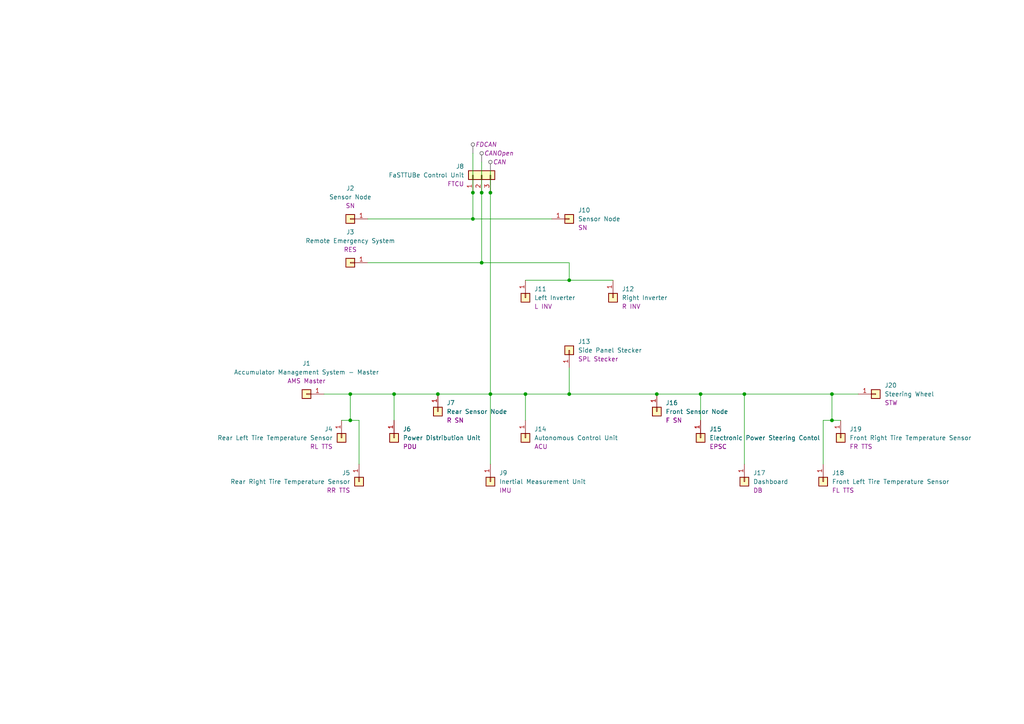
<source format=kicad_sch>
(kicad_sch (version 20231120) (generator "eeschema") (generator_version "8.0")
  (paper "A4")
  (lib_symbols
    (symbol "Connector_Generic:Conn_01x01" (pin_names (offset 1.016) hide)
      (property "Reference" "J" (at 0 2.54 0))
      (property "Value" "Conn_01x01" (at 0 -2.54 0))
      (symbol "Conn_01x01_1_1"
        (rectangle (start -1.27 0.127) (end 0 -0.127) (stroke (width 0.1524)))
        (rectangle (start -1.27 1.27) (end 1.27 -1.27) (stroke (width 0.254)) (fill (type background)))
        (pin passive line (at -5.08 0 0) (length 3.81) (name "Pin_1") (number "1"))
      )
    )
    (symbol "Connector_Generic:Conn_01x03" (pin_names (offset 1.016) hide)
      (property "Reference" "J" (at 0 5.08 0))
      (property "Value" "Conn_01x03" (at 0 -5.08 0))
      (symbol "Conn_01x03_1_1"
        (rectangle (start -1.27 -2.413) (end 0 -2.667) (stroke (width 0.1524)))
        (rectangle (start -1.27 0.127) (end 0 -0.127) (stroke (width 0.1524)))
        (rectangle (start -1.27 2.667) (end 0 2.413) (stroke (width 0.1524)))
        (rectangle (start -1.27 3.81) (end 1.27 -3.81) (stroke (width 0.254)) (fill (type background)))
        (pin passive line (at -5.08 2.54 0) (length 3.81) (name "Pin_1") (number "1"))
        (pin passive line (at -5.08 0 0) (length 3.81) (name "Pin_2") (number "2"))
        (pin passive line (at -5.08 -2.54 0) (length 3.81) (name "Pin_3") (number "3"))
      )
    )
  )
  (junction (at 165.1 81.28))
  (junction (at 139.7 55.88))
  (junction (at 101.6 114.3))
  (junction (at 137.16 63.5))
  (junction (at 114.3 114.3))
  (junction (at 241.3 121.92))
  (junction (at 215.9 114.3))
  (junction (at 127 114.3))
  (junction (at 203.2 114.3))
  (junction (at 165.1 114.3))
  (junction (at 142.24 55.88))
  (junction (at 152.4 114.3))
  (junction (at 137.16 55.88))
  (junction (at 101.6 121.92))
  (junction (at 139.7 76.2))
  (junction (at 241.3 114.3))
  (junction (at 190.5 114.3))
  (junction (at 142.24 114.3))
  (wire (pts (xy 241.3 121.92) (xy 241.3 114.3)))
  (wire (pts (xy 137.16 63.5) (xy 160.02 63.5)))
  (wire (pts (xy 127 114.3) (xy 142.24 114.3)))
  (wire (pts (xy 114.3 121.92) (xy 114.3 114.3)))
  (wire (pts (xy 165.1 81.28) (xy 152.4 81.28)))
  (wire (pts (xy 142.24 55.88) (xy 142.24 114.3)))
  (wire (pts (xy 104.14 121.92) (xy 104.14 134.62)))
  (wire (pts (xy 238.76 121.92) (xy 241.3 121.92)))
  (wire (pts (xy 114.3 114.3) (xy 127 114.3)))
  (wire (pts (xy 203.2 114.3) (xy 215.9 114.3)))
  (wire (pts (xy 215.9 134.62) (xy 215.9 114.3)))
  (wire (pts (xy 142.24 114.3) (xy 152.4 114.3)))
  (wire (pts (xy 142.24 49.53) (xy 142.24 55.88)))
  (wire (pts (xy 101.6 114.3) (xy 114.3 114.3)))
  (wire (pts (xy 101.6 121.92) (xy 99.06 121.92)))
  (wire (pts (xy 238.76 121.92) (xy 238.76 134.62)))
  (wire (pts (xy 165.1 114.3) (xy 190.5 114.3)))
  (wire (pts (xy 215.9 114.3) (xy 241.3 114.3)))
  (wire (pts (xy 139.7 55.88) (xy 139.7 76.2)))
  (wire (pts (xy 165.1 81.28) (xy 177.8 81.28)))
  (wire (pts (xy 139.7 76.2) (xy 165.1 76.2)))
  (wire (pts (xy 190.5 114.3) (xy 203.2 114.3)))
  (wire (pts (xy 142.24 134.62) (xy 142.24 114.3)))
  (wire (pts (xy 241.3 114.3) (xy 248.92 114.3)))
  (wire (pts (xy 165.1 76.2) (xy 165.1 81.28)))
  (wire (pts (xy 203.2 121.92) (xy 203.2 114.3)))
  (wire (pts (xy 101.6 114.3) (xy 101.6 121.92)))
  (wire (pts (xy 137.16 44.45) (xy 137.16 55.88)))
  (wire (pts (xy 93.98 114.3) (xy 101.6 114.3)))
  (wire (pts (xy 139.7 46.99) (xy 139.7 55.88)))
  (wire (pts (xy 106.68 63.5) (xy 137.16 63.5)))
  (wire (pts (xy 241.3 121.92) (xy 243.84 121.92)))
  (wire (pts (xy 137.16 55.88) (xy 137.16 63.5)))
  (wire (pts (xy 165.1 114.3) (xy 152.4 114.3)))
  (wire (pts (xy 165.1 106.68) (xy 165.1 114.3)))
  (wire (pts (xy 106.68 76.2) (xy 139.7 76.2)))
  (wire (pts (xy 104.14 121.92) (xy 101.6 121.92)))
  (wire (pts (xy 152.4 121.92) (xy 152.4 114.3)))
  (netclass_flag "" (length 2.54) (shape round) (at 137.16 44.45 0) (property "Netclass" "FDCAN" (at 137.8585 41.91 0) (effects (font (italic yes)) (justify left))))
  (netclass_flag "" (length 2.54) (shape round) (at 139.7 46.99 0) (property "Netclass" "CANOpen" (at 140.3985 44.45 0) (effects (font (italic yes)) (justify left))))
  (netclass_flag "" (length 2.54) (shape round) (at 142.24 49.53 0) (property "Netclass" "CAN" (at 142.9385 46.99 0) (effects (font (italic yes)) (justify left))))
  (symbol (lib_id "Connector_Generic:Conn_01x01") (at 203.2 127 270) (unit 1)
    (property "Reference" "J15" (at 205.74 124.4599 90) (effects (justify left)))
    (property "Value" "Electronic Power Steering Contol" (at 205.74 126.9999 90) (effects (justify left)))
    (property "Description" "EPSC" (at 205.74 129.5399 90) (effects (justify left)))
  )
  (symbol (lib_id "Connector_Generic:Conn_01x01") (at 215.9 139.7 270) (unit 1)
    (property "Reference" "J17" (at 218.44 137.1599 90) (effects (justify left)))
    (property "Value" "Dashboard" (at 218.44 139.6999 90) (effects (justify left)))
    (property "Description" "DB" (at 218.44 142.2399 90) (effects (justify left)))
  )
  (symbol (lib_id "Connector_Generic:Conn_01x01") (at 127 119.38 270) (unit 1)
    (property "Reference" "J7" (at 129.54 116.8399 90) (effects (justify left)))
    (property "Value" "Rear Sensor Node" (at 129.54 119.3799 90) (effects (justify left)))
    (property "Description" "R SN" (at 129.54 121.9199 90) (effects (justify left)))
  )
  (symbol (lib_id "Connector_Generic:Conn_01x01") (at 104.14 139.7 270) (unit 1)
    (property "Reference" "J5" (at 101.6 137.1599 90) (effects (justify right)))
    (property "Value" "Rear Right Tire Temperature Sensor" (at 101.6 139.6999 90) (effects (justify right)))
    (property "Description" "RR TTS" (at 101.6 142.2399 90) (effects (justify right)))
  )
  (symbol (lib_id "Connector_Generic:Conn_01x01") (at 114.3 127 270) (unit 1)
    (property "Reference" "J6" (at 116.84 124.4599 90) (effects (justify left)))
    (property "Value" "Power Distribution Unit" (at 116.84 126.9999 90) (effects (justify left)))
    (property "Description" "PDU" (at 116.84 129.5399 90) (effects (justify left)))
  )
  (symbol (lib_id "Connector_Generic:Conn_01x01") (at 165.1 63.5 0) (unit 1)
    (property "Reference" "J10" (at 167.64 60.9599 0) (effects (justify left)))
    (property "Value" "Sensor Node" (at 167.64 63.4999 0) (effects (justify left)))
    (property "Description" "SN" (at 167.64 66.0399 0) (effects (justify left)))
  )
  (symbol (lib_id "Connector_Generic:Conn_01x01") (at 254 114.3 0) (unit 1)
    (property "Reference" "J20" (at 256.54 111.7599 0) (effects (justify left)))
    (property "Value" "Steering Wheel" (at 256.54 114.2999 0) (effects (justify left)))
    (property "Description" "STW" (at 256.54 116.8399 0) (effects (justify left)))
  )
  (symbol (lib_id "Connector_Generic:Conn_01x01") (at 152.4 86.36 270) (unit 1)
    (property "Reference" "J11" (at 154.94 83.8199 90) (effects (justify left)))
    (property "Value" "Left Inverter " (at 154.94 86.3599 90) (effects (justify left)))
    (property "Description" "L INV" (at 154.94 88.8999 90) (effects (justify left)))
  )
  (symbol (lib_id "Connector_Generic:Conn_01x01") (at 177.8 86.36 270) (unit 1)
    (property "Reference" "J12" (at 180.34 83.8199 90) (effects (justify left)))
    (property "Value" "Right Inverter" (at 180.34 86.3599 90) (effects (justify left)))
    (property "Description" "R INV" (at 180.34 88.8999 90) (effects (justify left)))
  )
  (symbol (lib_id "Connector_Generic:Conn_01x01") (at 190.5 119.38 270) (unit 1)
    (property "Reference" "J16" (at 193.04 116.8399 90) (effects (justify left)))
    (property "Value" "Front Sensor Node" (at 193.04 119.3799 90) (effects (justify left)))
    (property "Description" "F SN" (at 193.04 121.9199 90) (effects (justify left)))
  )
  (symbol (lib_id "Connector_Generic:Conn_01x01") (at 142.24 139.7 270) (unit 1)
    (property "Reference" "J9" (at 144.78 137.1599 90) (effects (justify left)))
    (property "Value" "Inertial Measurement Unit" (at 144.78 139.6999 90) (effects (justify left)))
    (property "Description" "IMU" (at 144.78 142.2399 90) (effects (justify left)))
  )
  (symbol (lib_id "Connector_Generic:Conn_01x01") (at 152.4 127 270) (unit 1)
    (property "Reference" "J14" (at 154.94 124.4599 90) (effects (justify left)))
    (property "Value" "Autonomous Control Unit" (at 154.94 126.9999 90) (effects (justify left)))
    (property "Description" "ACU" (at 154.94 129.5399 90) (effects (justify left)))
  )
  (symbol (lib_id "Connector_Generic:Conn_01x01") (at 243.84 127 270) (unit 1)
    (property "Reference" "J19" (at 246.38 124.4599 90) (effects (justify left)))
    (property "Value" "Front Right Tire Temperature Sensor" (at 246.38 126.9999 90) (effects (justify left)))
    (property "Description" "FR TTS" (at 246.38 129.5399 90) (effects (justify left)))
  )
  (symbol (lib_id "Connector_Generic:Conn_01x01") (at 238.76 139.7 270) (unit 1)
    (property "Reference" "J18" (at 241.3 137.1599 90) (effects (justify left)))
    (property "Value" "Front Left Tire Temperature Sensor" (at 241.3 139.6999 90) (effects (justify left)))
    (property "Description" "FL TTS" (at 241.3 142.2399 90) (effects (justify left)))
  )
  (symbol (lib_id "Connector_Generic:Conn_01x01") (at 101.6 63.5 180) (unit 1)
    (property "Reference" "J2" (at 101.6 54.61 0))
    (property "Value" "Sensor Node" (at 101.6 57.15 0))
    (property "Description" "SN" (at 101.6 59.69 0))
  )
  (symbol (lib_id "Connector_Generic:Conn_01x01") (at 101.6 76.2 180) (unit 1)
    (property "Reference" "J3" (at 101.6 67.31 0))
    (property "Value" "Remote Emergency System" (at 101.6 69.85 0))
    (property "Description" "RES" (at 101.6 72.39 0))
  )
  (symbol (lib_id "Connector_Generic:Conn_01x01") (at 165.1 101.6 90) (unit 1)
    (property "Reference" "J13" (at 167.64 99.0599 90) (effects (justify right)))
    (property "Value" "Side Panel Stecker" (at 167.64 101.5999 90) (effects (justify right)))
    (property "Description" "SPL Stecker" (at 167.64 104.1399 90) (effects (justify right)))
  )
  (symbol (lib_id "Connector_Generic:Conn_01x01") (at 99.06 127 270) (unit 1)
    (property "Reference" "J4" (at 96.52 124.4599 90) (effects (justify right)))
    (property "Value" "Rear Left Tire Temperature Sensor" (at 96.52 126.9999 90) (effects (justify right)))
    (property "Description" "RL TTS" (at 96.52 129.5399 90) (effects (justify right)))
  )
  (symbol (lib_id "Connector_Generic:Conn_01x01") (at 88.9 114.3 180) (unit 1)
    (property "Reference" "J1" (at 88.9 105.41 0))
    (property "Value" "Accumulator Management System - Master" (at 88.9 107.95 0))
    (property "Description" "AMS Master" (at 88.9 110.49 0))
  )
  (symbol (lib_id "Connector_Generic:Conn_01x03") (at 139.7 50.8 90) (unit 1)
    (property "Reference" "J8" (at 134.62 48.2599 90) (effects (justify left)))
    (property "Value" "FaSTTUBe Control Unit" (at 134.62 50.7999 90) (effects (justify left)))
    (property "Description" "FTCU" (at 134.62 53.3399 90) (effects (justify left)))
  )
)
</source>
